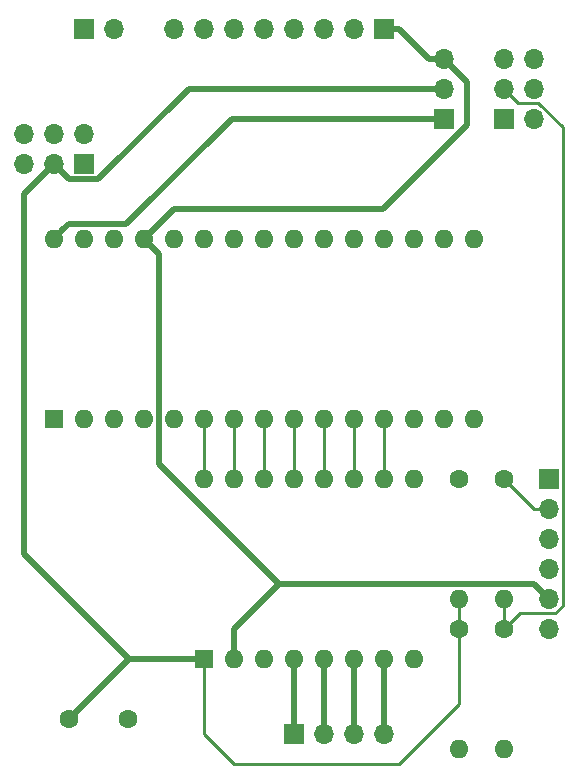
<source format=gbl>
G04 #@! TF.GenerationSoftware,KiCad,Pcbnew,5.0.2+dfsg1-1~bpo9+1*
G04 #@! TF.CreationDate,2019-05-23T13:43:39+01:00*
G04 #@! TF.ProjectId,pcb01,70636230-312e-46b6-9963-61645f706362,rev?*
G04 #@! TF.SameCoordinates,Original*
G04 #@! TF.FileFunction,Copper,L2,Bot*
G04 #@! TF.FilePolarity,Positive*
%FSLAX46Y46*%
G04 Gerber Fmt 4.6, Leading zero omitted, Abs format (unit mm)*
G04 Created by KiCad (PCBNEW 5.0.2+dfsg1-1~bpo9+1) date Thu 23 May 2019 13:43:39 BST*
%MOMM*%
%LPD*%
G01*
G04 APERTURE LIST*
G04 #@! TA.AperFunction,ComponentPad*
%ADD10R,1.600000X1.600000*%
G04 #@! TD*
G04 #@! TA.AperFunction,ComponentPad*
%ADD11O,1.600000X1.600000*%
G04 #@! TD*
G04 #@! TA.AperFunction,ComponentPad*
%ADD12C,1.600000*%
G04 #@! TD*
G04 #@! TA.AperFunction,ComponentPad*
%ADD13O,1.700000X1.700000*%
G04 #@! TD*
G04 #@! TA.AperFunction,ComponentPad*
%ADD14R,1.700000X1.700000*%
G04 #@! TD*
G04 #@! TA.AperFunction,Conductor*
%ADD15C,0.250000*%
G04 #@! TD*
G04 #@! TA.AperFunction,Conductor*
%ADD16C,0.500000*%
G04 #@! TD*
G04 APERTURE END LIST*
D10*
G04 #@! TO.P,TB2,1*
G04 #@! TO.N,Net-(SW2-Pad1)*
X100330000Y-80010000D03*
D11*
G04 #@! TO.P,TB2,17*
G04 #@! TO.N,Net-(TB2-Pad17)*
X133350000Y-64770000D03*
G04 #@! TO.P,TB2,2*
G04 #@! TO.N,Net-(SW2-Pad4)*
X102870000Y-80010000D03*
G04 #@! TO.P,TB2,18*
G04 #@! TO.N,Net-(TB2-Pad18)*
X130810000Y-64770000D03*
G04 #@! TO.P,TB2,3*
G04 #@! TO.N,N/C*
X105410000Y-80010000D03*
G04 #@! TO.P,TB2,19*
G04 #@! TO.N,Net-(R4-Pad1)*
X128270000Y-64770000D03*
G04 #@! TO.P,TB2,4*
G04 #@! TO.N,COM/GND*
X107950000Y-80010000D03*
G04 #@! TO.P,TB2,20*
G04 #@! TO.N,Net-(TB2-Pad20)*
X125730000Y-64770000D03*
G04 #@! TO.P,TB2,5*
G04 #@! TO.N,Net-(TB2-Pad5)*
X110490000Y-80010000D03*
G04 #@! TO.P,TB2,21*
G04 #@! TO.N,Net-(SW2-Pad3)*
X123190000Y-64770000D03*
G04 #@! TO.P,TB2,6*
G04 #@! TO.N,Net-(TB1-Pad16)*
X113030000Y-80010000D03*
G04 #@! TO.P,TB2,22*
G04 #@! TO.N,Net-(SW2-Pad6)*
X120650000Y-64770000D03*
G04 #@! TO.P,TB2,7*
G04 #@! TO.N,Net-(TB1-Pad15)*
X115570000Y-80010000D03*
G04 #@! TO.P,TB2,23*
G04 #@! TO.N,Net-(TB2-Pad23)*
X118110000Y-64770000D03*
G04 #@! TO.P,TB2,8*
G04 #@! TO.N,Net-(TB1-Pad14)*
X118110000Y-80010000D03*
G04 #@! TO.P,TB2,24*
G04 #@! TO.N,Net-(TB2-Pad24)*
X115570000Y-64770000D03*
G04 #@! TO.P,TB2,9*
G04 #@! TO.N,Net-(TB1-Pad13)*
X120650000Y-80010000D03*
G04 #@! TO.P,TB2,25*
G04 #@! TO.N,Net-(TB2-Pad25)*
X113030000Y-64770000D03*
G04 #@! TO.P,TB2,10*
G04 #@! TO.N,Net-(TB1-Pad12)*
X123190000Y-80010000D03*
G04 #@! TO.P,TB2,26*
G04 #@! TO.N,Net-(TB2-Pad26)*
X110490000Y-64770000D03*
G04 #@! TO.P,TB2,11*
G04 #@! TO.N,Net-(TB1-Pad11)*
X125730000Y-80010000D03*
G04 #@! TO.P,TB2,27*
G04 #@! TO.N,+5V*
X107950000Y-64770000D03*
G04 #@! TO.P,TB2,12*
G04 #@! TO.N,Net-(TB1-Pad10)*
X128270000Y-80010000D03*
G04 #@! TO.P,TB2,28*
G04 #@! TO.N,Net-(TB2-Pad28)*
X105410000Y-64770000D03*
G04 #@! TO.P,TB2,13*
G04 #@! TO.N,Net-(TB2-Pad13)*
X130810000Y-80010000D03*
G04 #@! TO.P,TB2,29*
G04 #@! TO.N,COM/GND*
X102870000Y-64770000D03*
G04 #@! TO.P,TB2,14*
G04 #@! TO.N,Net-(TB2-Pad14)*
X133350000Y-80010000D03*
G04 #@! TO.P,TB2,30*
G04 #@! TO.N,Net-(J2-Pad1)*
X100330000Y-64770000D03*
G04 #@! TO.P,TB2,15*
G04 #@! TO.N,Net-(TB2-Pad15)*
X135890000Y-80010000D03*
G04 #@! TO.P,TB2,16*
G04 #@! TO.N,Net-(TB2-Pad16)*
X135890000Y-64770000D03*
G04 #@! TD*
D12*
G04 #@! TO.P,C1,1*
G04 #@! TO.N,Net-(C1-Pad1)*
X101600000Y-105410000D03*
G04 #@! TO.P,C1,2*
G04 #@! TO.N,COM/GND*
X106600000Y-105410000D03*
G04 #@! TD*
D13*
G04 #@! TO.P,J1,4*
G04 #@! TO.N,Net-(J1-Pad4)*
X128270000Y-106680000D03*
G04 #@! TO.P,J1,3*
G04 #@! TO.N,Net-(J1-Pad3)*
X125730000Y-106680000D03*
G04 #@! TO.P,J1,2*
G04 #@! TO.N,Net-(J1-Pad2)*
X123190000Y-106680000D03*
D14*
G04 #@! TO.P,J1,1*
G04 #@! TO.N,Net-(J1-Pad1)*
X120650000Y-106680000D03*
G04 #@! TD*
G04 #@! TO.P,J3,1*
G04 #@! TO.N,/VBatt*
X102870000Y-46990000D03*
D13*
G04 #@! TO.P,J3,2*
G04 #@! TO.N,COM/GND*
X105410000Y-46990000D03*
G04 #@! TD*
D10*
G04 #@! TO.P,TB1,1*
G04 #@! TO.N,Net-(C1-Pad1)*
X113030000Y-100330000D03*
D11*
G04 #@! TO.P,TB1,9*
G04 #@! TO.N,COM/GND*
X130810000Y-85090000D03*
G04 #@! TO.P,TB1,2*
G04 #@! TO.N,+5V*
X115570000Y-100330000D03*
G04 #@! TO.P,TB1,10*
G04 #@! TO.N,Net-(TB1-Pad10)*
X128270000Y-85090000D03*
G04 #@! TO.P,TB1,3*
G04 #@! TO.N,COM/GND*
X118110000Y-100330000D03*
G04 #@! TO.P,TB1,11*
G04 #@! TO.N,Net-(TB1-Pad11)*
X125730000Y-85090000D03*
G04 #@! TO.P,TB1,4*
G04 #@! TO.N,Net-(J1-Pad1)*
X120650000Y-100330000D03*
G04 #@! TO.P,TB1,12*
G04 #@! TO.N,Net-(TB1-Pad12)*
X123190000Y-85090000D03*
G04 #@! TO.P,TB1,5*
G04 #@! TO.N,Net-(J1-Pad2)*
X123190000Y-100330000D03*
G04 #@! TO.P,TB1,13*
G04 #@! TO.N,Net-(TB1-Pad13)*
X120650000Y-85090000D03*
G04 #@! TO.P,TB1,6*
G04 #@! TO.N,Net-(J1-Pad3)*
X125730000Y-100330000D03*
G04 #@! TO.P,TB1,14*
G04 #@! TO.N,Net-(TB1-Pad14)*
X118110000Y-85090000D03*
G04 #@! TO.P,TB1,7*
G04 #@! TO.N,Net-(J1-Pad4)*
X128270000Y-100330000D03*
G04 #@! TO.P,TB1,15*
G04 #@! TO.N,Net-(TB1-Pad15)*
X115570000Y-85090000D03*
G04 #@! TO.P,TB1,8*
G04 #@! TO.N,COM/GND*
X130810000Y-100330000D03*
G04 #@! TO.P,TB1,16*
G04 #@! TO.N,Net-(TB1-Pad16)*
X113030000Y-85090000D03*
G04 #@! TD*
D13*
G04 #@! TO.P,U1,8*
G04 #@! TO.N,Net-(TB2-Pad5)*
X110490000Y-46990000D03*
G04 #@! TO.P,U1,7*
G04 #@! TO.N,Net-(U1-Pad7)*
X113030000Y-46990000D03*
G04 #@! TO.P,U1,6*
G04 #@! TO.N,Net-(U1-Pad6)*
X115570000Y-46990000D03*
G04 #@! TO.P,U1,5*
G04 #@! TO.N,Net-(U1-Pad5)*
X118110000Y-46990000D03*
G04 #@! TO.P,U1,4*
G04 #@! TO.N,Net-(TB2-Pad23)*
X120650000Y-46990000D03*
G04 #@! TO.P,U1,3*
G04 #@! TO.N,Net-(TB2-Pad24)*
X123190000Y-46990000D03*
G04 #@! TO.P,U1,2*
G04 #@! TO.N,COM/GND*
X125730000Y-46990000D03*
D14*
G04 #@! TO.P,U1,1*
G04 #@! TO.N,+5V*
X128270000Y-46990000D03*
G04 #@! TD*
G04 #@! TO.P,J2,1*
G04 #@! TO.N,Net-(J2-Pad1)*
X133350000Y-54610000D03*
D13*
G04 #@! TO.P,J2,2*
G04 #@! TO.N,Net-(C1-Pad1)*
X133350000Y-52070000D03*
G04 #@! TO.P,J2,3*
G04 #@! TO.N,+5V*
X133350000Y-49530000D03*
G04 #@! TD*
D14*
G04 #@! TO.P,SW2,1*
G04 #@! TO.N,Net-(SW2-Pad1)*
X138430000Y-54610000D03*
D13*
G04 #@! TO.P,SW2,2*
G04 #@! TO.N,Net-(R1-Pad1)*
X138430000Y-52070000D03*
G04 #@! TO.P,SW2,3*
G04 #@! TO.N,Net-(SW2-Pad3)*
X138430000Y-49530000D03*
G04 #@! TO.P,SW2,4*
G04 #@! TO.N,Net-(SW2-Pad4)*
X140970000Y-54610000D03*
G04 #@! TO.P,SW2,5*
G04 #@! TO.N,Net-(SW2-Pad5)*
X140970000Y-52070000D03*
G04 #@! TO.P,SW2,6*
G04 #@! TO.N,Net-(SW2-Pad6)*
X140970000Y-49530000D03*
G04 #@! TD*
D14*
G04 #@! TO.P,SW1,1*
G04 #@! TO.N,/VBatt*
X102870000Y-58420000D03*
D13*
G04 #@! TO.P,SW1,2*
G04 #@! TO.N,Net-(C1-Pad1)*
X100330000Y-58420000D03*
G04 #@! TO.P,SW1,3*
G04 #@! TO.N,Net-(SW1-Pad3)*
X97790000Y-58420000D03*
G04 #@! TO.P,SW1,4*
G04 #@! TO.N,N/C*
X102870000Y-55880000D03*
G04 #@! TO.P,SW1,5*
X100330000Y-55880000D03*
G04 #@! TO.P,SW1,6*
X97790000Y-55880000D03*
G04 #@! TD*
D11*
G04 #@! TO.P,R1,2*
G04 #@! TO.N,COM/GND*
X138430000Y-107950000D03*
D12*
G04 #@! TO.P,R1,1*
G04 #@! TO.N,Net-(R1-Pad1)*
X138430000Y-97790000D03*
G04 #@! TD*
G04 #@! TO.P,R2,1*
G04 #@! TO.N,Net-(R2-Pad1)*
X138430000Y-85090000D03*
D11*
G04 #@! TO.P,R2,2*
G04 #@! TO.N,Net-(R1-Pad1)*
X138430000Y-95250000D03*
G04 #@! TD*
D14*
G04 #@! TO.P,U2,1*
G04 #@! TO.N,Net-(U2-Pad1)*
X142240000Y-85090000D03*
D13*
G04 #@! TO.P,U2,2*
G04 #@! TO.N,Net-(R2-Pad1)*
X142240000Y-87630000D03*
G04 #@! TO.P,U2,3*
G04 #@! TO.N,Net-(SW2-Pad5)*
X142240000Y-90170000D03*
G04 #@! TO.P,U2,4*
G04 #@! TO.N,COM/GND*
X142240000Y-92710000D03*
G04 #@! TO.P,U2,5*
G04 #@! TO.N,+5V*
X142240000Y-95250000D03*
G04 #@! TO.P,U2,6*
G04 #@! TO.N,Net-(U2-Pad6)*
X142240000Y-97790000D03*
G04 #@! TD*
D11*
G04 #@! TO.P,R3,2*
G04 #@! TO.N,COM/GND*
X134620000Y-107950000D03*
D12*
G04 #@! TO.P,R3,1*
G04 #@! TO.N,Net-(C1-Pad1)*
X134620000Y-97790000D03*
G04 #@! TD*
G04 #@! TO.P,R4,1*
G04 #@! TO.N,Net-(R4-Pad1)*
X134620000Y-85090000D03*
D11*
G04 #@! TO.P,R4,2*
G04 #@! TO.N,Net-(C1-Pad1)*
X134620000Y-95250000D03*
G04 #@! TD*
D15*
G04 #@! TO.N,Net-(R1-Pad1)*
X141344003Y-53245001D02*
X139605001Y-53245001D01*
X143415001Y-55315999D02*
X141344003Y-53245001D01*
X143415001Y-95814001D02*
X143415001Y-55315999D01*
X139605001Y-53245001D02*
X138430000Y-52070000D01*
X138430000Y-97790000D02*
X138430000Y-95825010D01*
X142804001Y-96425001D02*
X139794999Y-96425001D01*
X143415001Y-95814001D02*
X142804001Y-96425001D01*
X139794999Y-96425001D02*
X138430000Y-97790000D01*
G04 #@! TO.N,Net-(R2-Pad1)*
X140970000Y-87630000D02*
X138430000Y-85090000D01*
X142240000Y-87630000D02*
X140970000Y-87630000D01*
D16*
G04 #@! TO.N,+5V*
X109200001Y-83800001D02*
X109200001Y-66020001D01*
X107950000Y-64770000D02*
X109200001Y-66020001D01*
X133350000Y-49530000D02*
X132080000Y-49530000D01*
X132080000Y-49530000D02*
X129540000Y-46990000D01*
X129540000Y-46990000D02*
X128270000Y-46990000D01*
X135350011Y-51530011D02*
X133350000Y-49530000D01*
X135350011Y-55119991D02*
X128240002Y-62230000D01*
X135350011Y-51530011D02*
X135350011Y-55119991D01*
X110490000Y-62230000D02*
X107950000Y-64770000D01*
X128240002Y-62230000D02*
X110490000Y-62230000D01*
X140989999Y-93999999D02*
X119399999Y-93999999D01*
X119399999Y-93999999D02*
X119380000Y-93980000D01*
X142240000Y-95250000D02*
X140989999Y-93999999D01*
X119380000Y-93980000D02*
X109200001Y-83800001D01*
X119380000Y-93980000D02*
X115570000Y-97790000D01*
X115570000Y-97790000D02*
X115570000Y-100330000D01*
D15*
G04 #@! TO.N,Net-(TB1-Pad10)*
X128270000Y-85090000D02*
X128270000Y-80010000D01*
G04 #@! TO.N,Net-(TB1-Pad11)*
X125730000Y-85090000D02*
X125730000Y-80010000D01*
G04 #@! TO.N,Net-(TB1-Pad12)*
X123190000Y-85090000D02*
X123190000Y-80010000D01*
G04 #@! TO.N,Net-(TB1-Pad13)*
X120650000Y-85090000D02*
X120650000Y-80010000D01*
G04 #@! TO.N,Net-(TB1-Pad14)*
X118110000Y-85090000D02*
X118110000Y-80010000D01*
G04 #@! TO.N,Net-(TB1-Pad15)*
X115570000Y-85090000D02*
X115570000Y-80010000D01*
G04 #@! TO.N,Net-(TB1-Pad16)*
X113030000Y-85090000D02*
X113030000Y-80010000D01*
D16*
G04 #@! TO.N,Net-(J1-Pad1)*
X120650000Y-100330000D02*
X120650000Y-106680000D01*
G04 #@! TO.N,Net-(J1-Pad2)*
X123190000Y-100330000D02*
X123190000Y-106680000D01*
G04 #@! TO.N,Net-(J1-Pad3)*
X125730000Y-100330000D02*
X125730000Y-106680000D01*
G04 #@! TO.N,Net-(J1-Pad4)*
X128270000Y-100330000D02*
X128270000Y-106680000D01*
G04 #@! TO.N,Net-(C1-Pad1)*
X101630001Y-59720001D02*
X104109999Y-59720001D01*
X100330000Y-58420000D02*
X101630001Y-59720001D01*
X101600000Y-105410000D02*
X106680000Y-100330000D01*
X106680000Y-100330000D02*
X97790000Y-91440000D01*
X99480001Y-59269999D02*
X100330000Y-58420000D01*
X97790000Y-60960000D02*
X99480001Y-59269999D01*
X97790000Y-91440000D02*
X97790000Y-60960000D01*
X113030000Y-100330000D02*
X106680000Y-100330000D01*
X111760000Y-52070000D02*
X104109999Y-59720001D01*
X133350000Y-52070000D02*
X111760000Y-52070000D01*
D15*
X134620000Y-97790000D02*
X134620000Y-104140000D01*
X134620000Y-104140000D02*
X129540000Y-109220000D01*
X129540000Y-109220000D02*
X115570000Y-109220000D01*
X113030000Y-106680000D02*
X113030000Y-100330000D01*
X115570000Y-109220000D02*
X113030000Y-106680000D01*
X134620000Y-97790000D02*
X134620000Y-95825010D01*
D16*
G04 #@! TO.N,Net-(J2-Pad1)*
X101580001Y-63519999D02*
X101129999Y-63970001D01*
X115384002Y-54610000D02*
X106474003Y-63519999D01*
X101129999Y-63970001D02*
X100330000Y-64770000D01*
X106474003Y-63519999D02*
X101580001Y-63519999D01*
X133350000Y-54610000D02*
X115384002Y-54610000D01*
G04 #@! TD*
M02*

</source>
